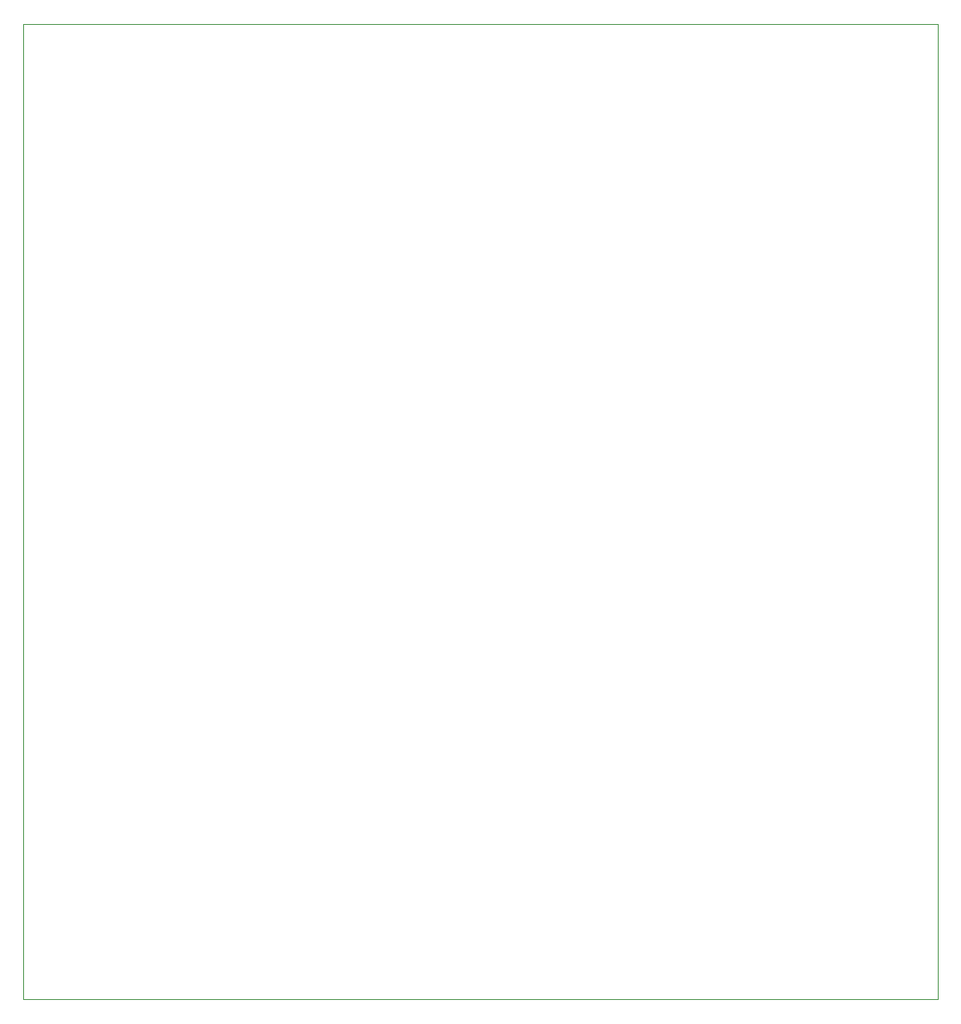
<source format=gbr>
G04 #@! TF.GenerationSoftware,KiCad,Pcbnew,(5.1.4)-1*
G04 #@! TF.CreationDate,2020-04-16T14:11:22+01:00*
G04 #@! TF.ProjectId,sot23Breakout,736f7432-3342-4726-9561-6b6f75742e6b,rev?*
G04 #@! TF.SameCoordinates,Original*
G04 #@! TF.FileFunction,Profile,NP*
%FSLAX46Y46*%
G04 Gerber Fmt 4.6, Leading zero omitted, Abs format (unit mm)*
G04 Created by KiCad (PCBNEW (5.1.4)-1) date 2020-04-16 14:11:22*
%MOMM*%
%LPD*%
G04 APERTURE LIST*
%ADD10C,0.050000*%
G04 APERTURE END LIST*
D10*
X23622000Y-76708000D02*
X117094000Y-76708000D01*
X23622000Y-176276000D02*
X23622000Y-76708000D01*
X117094000Y-176276000D02*
X23622000Y-176276000D01*
X117094000Y-76708000D02*
X117094000Y-176276000D01*
M02*

</source>
